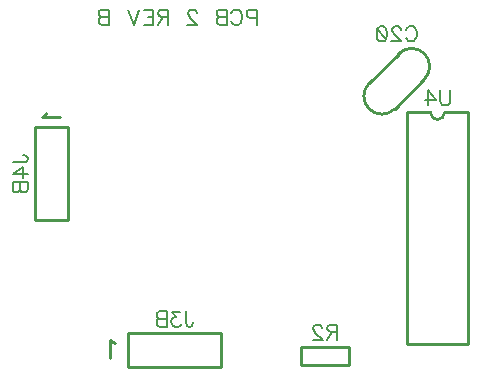
<source format=gbr>
G04 DipTrace 2.3.0.1*
%INBottomSilk.gbr*%
%MOIN*%
%ADD10C,0.0098*%
%ADD53C,0.0077*%
%ADD55C,0.0093*%
%FSLAX44Y44*%
G04*
G70*
G90*
G75*
G01*
%LNBotSilk*%
%LPD*%
X12226Y10076D2*
D10*
X13217Y11067D1*
X13076Y9226D2*
X14067Y10217D1*
X13217Y11067D2*
G02X14067Y10217I426J-425D01*
G01*
X13076Y9226D2*
G02X12226Y10076I-426J425D01*
G01*
X4199Y1739D2*
Y636D1*
Y1739D2*
X7302D1*
Y636D1*
X4199D2*
X7302D1*
X2176Y8615D2*
X1073D1*
X2176D2*
Y5512D1*
X1073D1*
Y8615D2*
Y5512D1*
X9949Y700D2*
Y1300D1*
X11551Y700D2*
X9949D1*
X11551D2*
Y1300D1*
X9949D1*
X13480Y9108D2*
Y1392D1*
X15528D2*
X13480D1*
X15528Y9108D2*
Y1392D1*
Y9108D2*
X14740D1*
X13480D2*
X14268D1*
X14740D2*
G02X14268Y9108I-236J0D01*
G01*
X13456Y11857D2*
D53*
X13480Y11904D1*
X13528Y11952D1*
X13576Y11976D1*
X13671D1*
X13720Y11952D1*
X13767Y11904D1*
X13791Y11857D1*
X13815Y11785D1*
Y11665D1*
X13791Y11594D1*
X13767Y11546D1*
X13720Y11498D1*
X13671Y11474D1*
X13576D1*
X13528Y11498D1*
X13480Y11546D1*
X13456Y11594D1*
X13278Y11856D2*
Y11880D1*
X13254Y11928D1*
X13230Y11952D1*
X13182Y11976D1*
X13086D1*
X13039Y11952D1*
X13015Y11928D1*
X12991Y11880D1*
Y11832D1*
X13015Y11784D1*
X13063Y11713D1*
X13302Y11474D1*
X12967D1*
X12669Y11976D2*
X12741Y11952D1*
X12789Y11880D1*
X12813Y11761D1*
Y11689D1*
X12789Y11569D1*
X12741Y11497D1*
X12669Y11474D1*
X12621D1*
X12550Y11497D1*
X12502Y11569D1*
X12478Y11689D1*
Y11761D1*
X12502Y11880D1*
X12550Y11952D1*
X12621Y11976D1*
X12669D1*
X12502Y11880D2*
X12789Y11569D1*
X6120Y2471D2*
Y2089D1*
X6144Y2017D1*
X6168Y1993D1*
X6216Y1969D1*
X6264D1*
X6311Y1993D1*
X6335Y2017D1*
X6359Y2089D1*
Y2136D1*
X5918Y2470D2*
X5655D1*
X5798Y2279D1*
X5726D1*
X5679Y2255D1*
X5655Y2232D1*
X5631Y2160D1*
Y2112D1*
X5655Y2040D1*
X5703Y1992D1*
X5775Y1969D1*
X5846D1*
X5918Y1992D1*
X5941Y2017D1*
X5966Y2064D1*
X5476Y2471D2*
Y1969D1*
X5261D1*
X5189Y1993D1*
X5165Y2017D1*
X5142Y2064D1*
Y2136D1*
X5165Y2184D1*
X5189Y2208D1*
X5261Y2232D1*
X5189Y2256D1*
X5165Y2280D1*
X5142Y2327D1*
Y2375D1*
X5165Y2423D1*
X5189Y2447D1*
X5261Y2471D1*
X5476D1*
Y2232D2*
X5261D1*
X341Y7445D2*
X724D1*
X796Y7469D1*
X819Y7493D1*
X844Y7541D1*
Y7589D1*
X819Y7636D1*
X796Y7660D1*
X724Y7684D1*
X676D1*
X844Y7051D2*
X342D1*
X676Y7291D1*
Y6932D1*
X341Y6777D2*
X844D1*
Y6562D1*
X819Y6490D1*
X796Y6466D1*
X748Y6442D1*
X676D1*
X628Y6466D1*
X604Y6490D1*
X581Y6562D1*
X556Y6490D1*
X532Y6466D1*
X485Y6442D1*
X437D1*
X389Y6466D1*
X365Y6490D1*
X341Y6562D1*
Y6777D1*
X581D2*
Y6562D1*
X11162Y1793D2*
X10947D1*
X10875Y1817D1*
X10851Y1841D1*
X10827Y1889D1*
Y1937D1*
X10851Y1984D1*
X10875Y2008D1*
X10947Y2032D1*
X11162D1*
Y1530D1*
X10995Y1793D2*
X10827Y1530D1*
X10648Y1912D2*
Y1936D1*
X10625Y1984D1*
X10601Y2008D1*
X10553Y2032D1*
X10457D1*
X10410Y2008D1*
X10386Y1984D1*
X10362Y1936D1*
Y1889D1*
X10386Y1840D1*
X10433Y1769D1*
X10673Y1530D1*
X10338D1*
X14928Y9840D2*
Y9482D1*
X14904Y9410D1*
X14856Y9362D1*
X14784Y9338D1*
X14737D1*
X14665Y9362D1*
X14617Y9410D1*
X14593Y9482D1*
Y9840D1*
X14199Y9338D2*
Y9840D1*
X14439Y9506D1*
X14080D1*
X8477Y12270D2*
X8261D1*
X8190Y12293D1*
X8165Y12318D1*
X8142Y12365D1*
Y12437D1*
X8165Y12485D1*
X8190Y12509D1*
X8261Y12533D1*
X8477D1*
Y12030D1*
X7629Y12413D2*
X7652Y12461D1*
X7700Y12509D1*
X7748Y12533D1*
X7844D1*
X7892Y12509D1*
X7939Y12461D1*
X7964Y12413D1*
X7987Y12341D1*
Y12221D1*
X7964Y12150D1*
X7939Y12102D1*
X7892Y12055D1*
X7844Y12030D1*
X7748D1*
X7700Y12055D1*
X7652Y12102D1*
X7629Y12150D1*
X7474Y12533D2*
Y12030D1*
X7259D1*
X7187Y12055D1*
X7163Y12078D1*
X7139Y12126D1*
Y12198D1*
X7163Y12246D1*
X7187Y12270D1*
X7259Y12293D1*
X7187Y12318D1*
X7163Y12341D1*
X7139Y12389D1*
Y12437D1*
X7163Y12485D1*
X7187Y12509D1*
X7259Y12533D1*
X7474D1*
Y12293D2*
X7259D1*
X6475Y12413D2*
Y12436D1*
X6451Y12485D1*
X6427Y12508D1*
X6379Y12532D1*
X6283D1*
X6236Y12508D1*
X6212Y12485D1*
X6188Y12436D1*
Y12389D1*
X6212Y12341D1*
X6260Y12270D1*
X6499Y12030D1*
X6164D1*
X5524Y12293D2*
X5309D1*
X5237Y12318D1*
X5212Y12341D1*
X5189Y12389D1*
Y12437D1*
X5212Y12485D1*
X5237Y12509D1*
X5309Y12533D1*
X5524D1*
Y12030D1*
X5356Y12293D2*
X5189Y12030D1*
X4724Y12533D2*
X5034D1*
Y12030D1*
X4724D1*
X5034Y12293D2*
X4843D1*
X4569Y12533D2*
X4378Y12030D1*
X4187Y12533D1*
X3546D2*
Y12030D1*
X3331D1*
X3259Y12055D1*
X3235Y12078D1*
X3211Y12126D1*
Y12198D1*
X3235Y12246D1*
X3259Y12270D1*
X3331Y12293D1*
X3259Y12318D1*
X3235Y12341D1*
X3211Y12389D1*
Y12437D1*
X3235Y12485D1*
X3259Y12509D1*
X3331Y12533D1*
X3546D1*
Y12293D2*
X3331D1*
X1444Y9084D2*
D55*
X1415Y9026D1*
X1329Y8940D1*
X1932D1*
X3738Y1421D2*
X3681Y1450D1*
X3594Y1536D1*
Y934D1*
M02*

</source>
